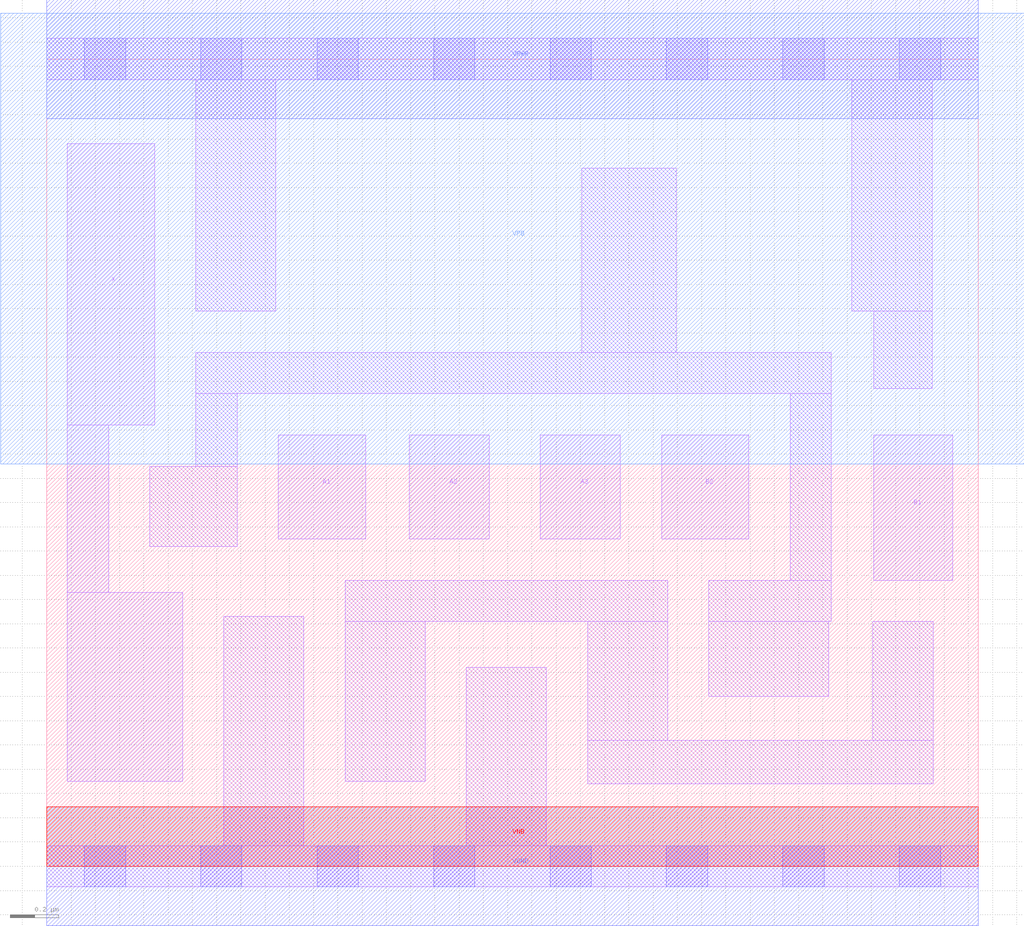
<source format=lef>
# Copyright 2020 The SkyWater PDK Authors
#
# Licensed under the Apache License, Version 2.0 (the "License");
# you may not use this file except in compliance with the License.
# You may obtain a copy of the License at
#
#     https://www.apache.org/licenses/LICENSE-2.0
#
# Unless required by applicable law or agreed to in writing, software
# distributed under the License is distributed on an "AS IS" BASIS,
# WITHOUT WARRANTIES OR CONDITIONS OF ANY KIND, either express or implied.
# See the License for the specific language governing permissions and
# limitations under the License.
#
# SPDX-License-Identifier: Apache-2.0

VERSION 5.7 ;
  NOWIREEXTENSIONATPIN ON ;
  DIVIDERCHAR "/" ;
  BUSBITCHARS "[]" ;
MACRO sky130_fd_sc_ls__o32a_1
  CLASS CORE ;
  FOREIGN sky130_fd_sc_ls__o32a_1 ;
  ORIGIN  0.000000  0.000000 ;
  SIZE  3.840000 BY  3.330000 ;
  SYMMETRY X Y ;
  SITE unit ;
  PIN A1
    ANTENNAGATEAREA  0.246000 ;
    DIRECTION INPUT ;
    USE SIGNAL ;
    PORT
      LAYER li1 ;
        RECT 0.955000 1.350000 1.315000 1.780000 ;
    END
  END A1
  PIN A2
    ANTENNAGATEAREA  0.246000 ;
    DIRECTION INPUT ;
    USE SIGNAL ;
    PORT
      LAYER li1 ;
        RECT 1.495000 1.350000 1.825000 1.780000 ;
    END
  END A2
  PIN A3
    ANTENNAGATEAREA  0.246000 ;
    DIRECTION INPUT ;
    USE SIGNAL ;
    PORT
      LAYER li1 ;
        RECT 2.035000 1.350000 2.365000 1.780000 ;
    END
  END A3
  PIN B1
    ANTENNAGATEAREA  0.246000 ;
    DIRECTION INPUT ;
    USE SIGNAL ;
    PORT
      LAYER li1 ;
        RECT 3.410000 1.180000 3.735000 1.780000 ;
    END
  END B1
  PIN B2
    ANTENNAGATEAREA  0.246000 ;
    DIRECTION INPUT ;
    USE SIGNAL ;
    PORT
      LAYER li1 ;
        RECT 2.535000 1.350000 2.895000 1.780000 ;
    END
  END B2
  PIN VNB
    PORT
      LAYER pwell ;
        RECT 0.000000 0.000000 3.840000 0.245000 ;
    END
  END VNB
  PIN VPB
    PORT
      LAYER nwell ;
        RECT -0.190000 1.660000 4.030000 3.520000 ;
    END
  END VPB
  PIN X
    ANTENNADIFFAREA  0.541300 ;
    DIRECTION OUTPUT ;
    USE SIGNAL ;
    PORT
      LAYER li1 ;
        RECT 0.085000 0.350000 0.560000 1.130000 ;
        RECT 0.085000 1.130000 0.255000 1.820000 ;
        RECT 0.085000 1.820000 0.445000 2.980000 ;
    END
  END X
  PIN VGND
    DIRECTION INOUT ;
    SHAPE ABUTMENT ;
    USE GROUND ;
    PORT
      LAYER met1 ;
        RECT 0.000000 -0.245000 3.840000 0.245000 ;
    END
  END VGND
  PIN VPWR
    DIRECTION INOUT ;
    SHAPE ABUTMENT ;
    USE POWER ;
    PORT
      LAYER met1 ;
        RECT 0.000000 3.085000 3.840000 3.575000 ;
    END
  END VPWR
  OBS
    LAYER li1 ;
      RECT 0.000000 -0.085000 3.840000 0.085000 ;
      RECT 0.000000  3.245000 3.840000 3.415000 ;
      RECT 0.425000  1.320000 0.785000 1.650000 ;
      RECT 0.615000  1.650000 0.785000 1.950000 ;
      RECT 0.615000  1.950000 3.235000 2.120000 ;
      RECT 0.615000  2.290000 0.945000 3.245000 ;
      RECT 0.730000  0.085000 1.060000 1.030000 ;
      RECT 1.230000  0.350000 1.560000 1.010000 ;
      RECT 1.230000  1.010000 2.560000 1.180000 ;
      RECT 1.730000  0.085000 2.060000 0.820000 ;
      RECT 2.205000  2.120000 2.595000 2.880000 ;
      RECT 2.230000  0.340000 3.655000 0.520000 ;
      RECT 2.230000  0.520000 2.560000 1.010000 ;
      RECT 2.730000  0.700000 3.225000 1.010000 ;
      RECT 2.730000  1.010000 3.235000 1.180000 ;
      RECT 3.065000  1.180000 3.235000 1.950000 ;
      RECT 3.320000  2.290000 3.650000 3.245000 ;
      RECT 3.405000  0.520000 3.655000 1.010000 ;
      RECT 3.410000  1.970000 3.650000 2.290000 ;
    LAYER mcon ;
      RECT 0.155000 -0.085000 0.325000 0.085000 ;
      RECT 0.155000  3.245000 0.325000 3.415000 ;
      RECT 0.635000 -0.085000 0.805000 0.085000 ;
      RECT 0.635000  3.245000 0.805000 3.415000 ;
      RECT 1.115000 -0.085000 1.285000 0.085000 ;
      RECT 1.115000  3.245000 1.285000 3.415000 ;
      RECT 1.595000 -0.085000 1.765000 0.085000 ;
      RECT 1.595000  3.245000 1.765000 3.415000 ;
      RECT 2.075000 -0.085000 2.245000 0.085000 ;
      RECT 2.075000  3.245000 2.245000 3.415000 ;
      RECT 2.555000 -0.085000 2.725000 0.085000 ;
      RECT 2.555000  3.245000 2.725000 3.415000 ;
      RECT 3.035000 -0.085000 3.205000 0.085000 ;
      RECT 3.035000  3.245000 3.205000 3.415000 ;
      RECT 3.515000 -0.085000 3.685000 0.085000 ;
      RECT 3.515000  3.245000 3.685000 3.415000 ;
  END
END sky130_fd_sc_ls__o32a_1
END LIBRARY

</source>
